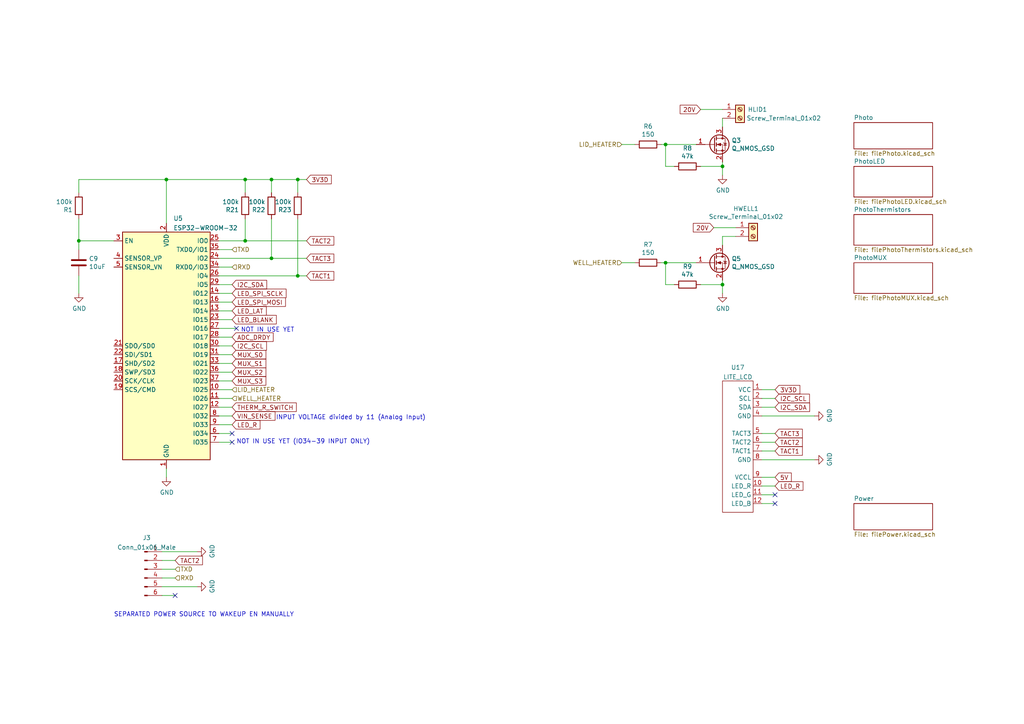
<source format=kicad_sch>
(kicad_sch (version 20211123) (generator eeschema)
  (paper "A4")
  (lib_symbols
    (symbol "Connector:Conn_01x06_Male" (pin_names (offset 1.016) hide)
      (property "Reference" "J" (at 0 7.62 0))
      (property "Value" "Conn_01x06_Male" (at 0 -10.16 0))
      (symbol "Conn_01x06_Male_1_1"
        (polyline (pts (xy 1.27 -7.62) (xy 0.8636 -7.62)) (stroke (width 0.1524)))
        (polyline (pts (xy 1.27 -5.08) (xy 0.8636 -5.08)) (stroke (width 0.1524)))
        (polyline (pts (xy 1.27 -2.54) (xy 0.8636 -2.54)) (stroke (width 0.1524)))
        (polyline (pts (xy 1.27 0) (xy 0.8636 0)) (stroke (width 0.1524)))
        (polyline (pts (xy 1.27 2.54) (xy 0.8636 2.54)) (stroke (width 0.1524)))
        (polyline (pts (xy 1.27 5.08) (xy 0.8636 5.08)) (stroke (width 0.1524)))
        (rectangle (start 0.8636 -7.493) (end 0 -7.747) (stroke (width 0.1524)) (fill (type outline)))
        (rectangle (start 0.8636 -4.953) (end 0 -5.207) (stroke (width 0.1524)) (fill (type outline)))
        (rectangle (start 0.8636 -2.413) (end 0 -2.667) (stroke (width 0.1524)) (fill (type outline)))
        (rectangle (start 0.8636 0.127) (end 0 -0.127) (stroke (width 0.1524)) (fill (type outline)))
        (rectangle (start 0.8636 2.667) (end 0 2.413) (stroke (width 0.1524)) (fill (type outline)))
        (rectangle (start 0.8636 5.207) (end 0 4.953) (stroke (width 0.1524)) (fill (type outline)))
        (pin passive line (at 5.08 5.08 180) (length 3.81) (name "Pin_1") (number "1"))
        (pin passive line (at 5.08 2.54 180) (length 3.81) (name "Pin_2") (number "2"))
        (pin passive line (at 5.08 0 180) (length 3.81) (name "Pin_3") (number "3"))
        (pin passive line (at 5.08 -2.54 180) (length 3.81) (name "Pin_4") (number "4"))
        (pin passive line (at 5.08 -5.08 180) (length 3.81) (name "Pin_5") (number "5"))
        (pin passive line (at 5.08 -7.62 180) (length 3.81) (name "Pin_6") (number "6"))
      )
    )
    (symbol "Connector:Screw_Terminal_01x02" (pin_names (offset 1.016) hide)
      (property "Reference" "J" (at 0 2.54 0))
      (property "Value" "Screw_Terminal_01x02" (at 0 -5.08 0))
      (symbol "Screw_Terminal_01x02_1_1"
        (rectangle (start -1.27 1.27) (end 1.27 -3.81) (stroke (width 0.254)) (fill (type background)))
        (circle (center 0 -2.54) (radius 0.635) (stroke (width 0.1524)))
        (polyline (pts (xy -0.5334 -2.2098) (xy 0.3302 -3.048)) (stroke (width 0.1524)))
        (polyline (pts (xy -0.5334 0.3302) (xy 0.3302 -0.508)) (stroke (width 0.1524)))
        (polyline (pts (xy -0.3556 -2.032) (xy 0.508 -2.8702)) (stroke (width 0.1524)))
        (polyline (pts (xy -0.3556 0.508) (xy 0.508 -0.3302)) (stroke (width 0.1524)))
        (circle (center 0 0) (radius 0.635) (stroke (width 0.1524)))
        (pin passive line (at -5.08 0 0) (length 3.81) (name "Pin_1") (number "1"))
        (pin passive line (at -5.08 -2.54 0) (length 3.81) (name "Pin_2") (number "2"))
      )
    )
    (symbol "Device:C" (pin_numbers hide) (pin_names (offset 0.254))
      (property "Reference" "C" (at 0.635 2.54 0))
      (property "Value" "C" (at 0.635 -2.54 0))
      (symbol "C_0_1"
        (polyline (pts (xy -2.032 -0.762) (xy 2.032 -0.762)) (stroke (width 0.508)))
        (polyline (pts (xy -2.032 0.762) (xy 2.032 0.762)) (stroke (width 0.508)))
      )
      (symbol "C_1_1"
        (pin passive line (at 0 3.81 270) (length 2.794) (name "~") (number "1"))
        (pin passive line (at 0 -3.81 90) (length 2.794) (name "~") (number "2"))
      )
    )
    (symbol "Device:Q_NMOS_GSD" (pin_names (offset 0) hide)
      (property "Reference" "Q" (at 5.08 1.27 0))
      (property "Value" "Q_NMOS_GSD" (at 5.08 -1.27 0))
      (symbol "Q_NMOS_GSD_0_1"
        (polyline (pts (xy 0.254 0) (xy -2.54 0)))
        (polyline (pts (xy 0.254 1.905) (xy 0.254 -1.905)) (stroke (width 0.254)))
        (polyline (pts (xy 0.762 -1.27) (xy 0.762 -2.286)) (stroke (width 0.254)))
        (polyline (pts (xy 0.762 0.508) (xy 0.762 -0.508)) (stroke (width 0.254)))
        (polyline (pts (xy 0.762 2.286) (xy 0.762 1.27)) (stroke (width 0.254)))
        (polyline (pts (xy 2.54 2.54) (xy 2.54 1.778)))
        (polyline (pts (xy 2.54 -2.54) (xy 2.54 0) (xy 0.762 0)))
        (polyline (pts (xy 0.762 -1.778) (xy 3.302 -1.778) (xy 3.302 1.778) (xy 0.762 1.778)))
        (polyline (pts (xy 1.016 0) (xy 2.032 0.381) (xy 2.032 -0.381) (xy 1.016 0)) (fill (type outline)))
        (polyline (pts (xy 2.794 0.508) (xy 2.921 0.381) (xy 3.683 0.381) (xy 3.81 0.254)))
        (polyline (pts (xy 3.302 0.381) (xy 2.921 -0.254) (xy 3.683 -0.254) (xy 3.302 0.381)))
        (circle (center 1.651 0) (radius 2.794) (stroke (width 0.254)))
        (circle (center 2.54 -1.778) (radius 0.254) (fill (type outline)))
        (circle (center 2.54 1.778) (radius 0.254) (fill (type outline)))
      )
      (symbol "Q_NMOS_GSD_1_1"
        (pin input line (at -5.08 0 0) (length 2.54) (name "G") (number "1"))
        (pin passive line (at 2.54 -5.08 90) (length 2.54) (name "S") (number "2"))
        (pin passive line (at 2.54 5.08 270) (length 2.54) (name "D") (number "3"))
      )
    )
    (symbol "Device:R" (pin_numbers hide) (pin_names (offset 0))
      (property "Reference" "R" (at 2.032 0 90))
      (property "Value" "R" (at 0 0 90))
      (symbol "R_0_1"
        (rectangle (start -1.016 -2.54) (end 1.016 2.54) (stroke (width 0.254)))
      )
      (symbol "R_1_1"
        (pin passive line (at 0 3.81 270) (length 1.27) (name "~") (number "1"))
        (pin passive line (at 0 -3.81 90) (length 1.27) (name "~") (number "2"))
      )
    )
    (symbol "Ninja-qPCR:LITE_LCD"
      (property "Reference" "U" (at -3.81 3.81 0))
      (property "Value" "LITE_LCD" (at -3.81 -36.83 0))
      (symbol "LITE_LCD_0_1"
        (rectangle (start 0 2.54) (end -8.89 -35.56) (stroke (width 0.1524)))
      )
      (symbol "LITE_LCD_1_1"
        (pin input line (at 2.54 0 180) (length 2.54) (name "VCC") (number "1"))
        (pin input line (at 2.54 -27.94 180) (length 2.54) (name "LED_R") (number "10"))
        (pin input line (at 2.54 -30.48 180) (length 2.54) (name "LED_G") (number "11"))
        (pin input line (at 2.54 -33.02 180) (length 2.54) (name "LED_B") (number "12"))
        (pin input line (at 2.54 -2.54 180) (length 2.54) (name "SCL") (number "2"))
        (pin input line (at 2.54 -5.08 180) (length 2.54) (name "SDA") (number "3"))
        (pin input line (at 2.54 -7.62 180) (length 2.54) (name "GND") (number "4"))
        (pin input line (at 2.54 -12.7 180) (length 2.54) (name "TACT3") (number "5"))
        (pin input line (at 2.54 -15.24 180) (length 2.54) (name "TACT2") (number "6"))
        (pin input line (at 2.54 -17.78 180) (length 2.54) (name "TACT1") (number "7"))
        (pin input line (at 2.54 -20.32 180) (length 2.54) (name "GND") (number "8"))
        (pin input line (at 2.54 -25.4 180) (length 2.54) (name "VCCL") (number "9"))
      )
    )
    (symbol "RF_Module:ESP32-WROOM-32"
      (property "Reference" "U" (at -12.7 34.29 0))
      (property "Value" "ESP32-WROOM-32" (at 1.27 34.29 0))
      (symbol "ESP32-WROOM-32_0_1"
        (rectangle (start -12.7 33.02) (end 12.7 -33.02) (stroke (width 0.254)) (fill (type background)))
      )
      (symbol "ESP32-WROOM-32_1_1"
        (pin power_in line (at 0 -35.56 90) (length 2.54) (name "GND") (number "1"))
        (pin bidirectional line (at 15.24 -12.7 180) (length 2.54) (name "IO25") (number "10"))
        (pin bidirectional line (at 15.24 -15.24 180) (length 2.54) (name "IO26") (number "11"))
        (pin bidirectional line (at 15.24 -17.78 180) (length 2.54) (name "IO27") (number "12"))
        (pin bidirectional line (at 15.24 10.16 180) (length 2.54) (name "IO14") (number "13"))
        (pin bidirectional line (at 15.24 15.24 180) (length 2.54) (name "IO12") (number "14"))
        (pin passive line (at 0 -35.56 90) (length 2.54) hide (name "GND") (number "15"))
        (pin bidirectional line (at 15.24 12.7 180) (length 2.54) (name "IO13") (number "16"))
        (pin bidirectional line (at -15.24 -5.08 0) (length 2.54) (name "SHD/SD2") (number "17"))
        (pin bidirectional line (at -15.24 -7.62 0) (length 2.54) (name "SWP/SD3") (number "18"))
        (pin bidirectional line (at -15.24 -12.7 0) (length 2.54) (name "SCS/CMD") (number "19"))
        (pin power_in line (at 0 35.56 270) (length 2.54) (name "VDD") (number "2"))
        (pin bidirectional line (at -15.24 -10.16 0) (length 2.54) (name "SCK/CLK") (number "20"))
        (pin bidirectional line (at -15.24 0 0) (length 2.54) (name "SDO/SD0") (number "21"))
        (pin bidirectional line (at -15.24 -2.54 0) (length 2.54) (name "SDI/SD1") (number "22"))
        (pin bidirectional line (at 15.24 7.62 180) (length 2.54) (name "IO15") (number "23"))
        (pin bidirectional line (at 15.24 25.4 180) (length 2.54) (name "IO2") (number "24"))
        (pin bidirectional line (at 15.24 30.48 180) (length 2.54) (name "IO0") (number "25"))
        (pin bidirectional line (at 15.24 20.32 180) (length 2.54) (name "IO4") (number "26"))
        (pin bidirectional line (at 15.24 5.08 180) (length 2.54) (name "IO16") (number "27"))
        (pin bidirectional line (at 15.24 2.54 180) (length 2.54) (name "IO17") (number "28"))
        (pin bidirectional line (at 15.24 17.78 180) (length 2.54) (name "IO5") (number "29"))
        (pin input line (at -15.24 30.48 0) (length 2.54) (name "EN") (number "3"))
        (pin bidirectional line (at 15.24 0 180) (length 2.54) (name "IO18") (number "30"))
        (pin bidirectional line (at 15.24 -2.54 180) (length 2.54) (name "IO19") (number "31"))
        (pin no_connect line (at -12.7 -27.94 0) (length 2.54) hide (name "NC") (number "32"))
        (pin bidirectional line (at 15.24 -5.08 180) (length 2.54) (name "IO21") (number "33"))
        (pin bidirectional line (at 15.24 22.86 180) (length 2.54) (name "RXD0/IO3") (number "34"))
        (pin bidirectional line (at 15.24 27.94 180) (length 2.54) (name "TXD0/IO1") (number "35"))
        (pin bidirectional line (at 15.24 -7.62 180) (length 2.54) (name "IO22") (number "36"))
        (pin bidirectional line (at 15.24 -10.16 180) (length 2.54) (name "IO23") (number "37"))
        (pin passive line (at 0 -35.56 90) (length 2.54) hide (name "GND") (number "38"))
        (pin passive line (at 0 -35.56 90) (length 2.54) hide (name "GND") (number "39"))
        (pin input line (at -15.24 25.4 0) (length 2.54) (name "SENSOR_VP") (number "4"))
        (pin input line (at -15.24 22.86 0) (length 2.54) (name "SENSOR_VN") (number "5"))
        (pin input line (at 15.24 -25.4 180) (length 2.54) (name "IO34") (number "6"))
        (pin input line (at 15.24 -27.94 180) (length 2.54) (name "IO35") (number "7"))
        (pin bidirectional line (at 15.24 -20.32 180) (length 2.54) (name "IO32") (number "8"))
        (pin bidirectional line (at 15.24 -22.86 180) (length 2.54) (name "IO33") (number "9"))
      )
    )
    (symbol "power:GND" (power) (pin_names (offset 0))
      (property "Value" "GND" (at 0 -3.81 0))
      (symbol "GND_0_1"
        (polyline (pts (xy 0 0) (xy 0 -1.27) (xy 1.27 -1.27) (xy 0 -2.54) (xy -1.27 -1.27) (xy 0 -1.27)))
      )
      (symbol "GND_1_1"
        (pin power_in line (at 0 0 270) (length 0) hide (name "GND") (number "1"))
      )
    )
  )
  (junction (at 193.04 41.91))
  (junction (at 22.86 69.85))
  (junction (at 209.55 82.55))
  (junction (at 48.26 52.07))
  (junction (at 86.36 52.07))
  (junction (at 71.12 52.07))
  (junction (at 209.55 48.26))
  (junction (at 86.36 80.01))
  (junction (at 78.74 52.07))
  (junction (at 193.04 76.2))
  (junction (at 78.74 74.93))
  (junction (at 71.12 69.85))
  (no_connect (at 224.79 143.51))
  (no_connect (at 224.79 146.05))
  (no_connect (at 50.8 172.72))
  (no_connect (at 67.31 125.73))
  (no_connect (at 67.31 128.27))
  (no_connect (at 68.58 95.25))
  (wire (pts (xy 46.99 170.18) (xy 57.15 170.18)))
  (wire (pts (xy 71.12 69.85) (xy 88.9 69.85)))
  (wire (pts (xy 203.2 48.26) (xy 209.55 48.26)))
  (wire (pts (xy 63.5 110.49) (xy 67.31 110.49)))
  (wire (pts (xy 63.5 118.11) (xy 67.31 118.11)))
  (wire (pts (xy 193.04 76.2) (xy 191.77 76.2)))
  (wire (pts (xy 46.99 162.56) (xy 50.8 162.56)))
  (wire (pts (xy 78.74 74.93) (xy 88.9 74.93)))
  (wire (pts (xy 63.5 100.33) (xy 67.31 100.33)))
  (wire (pts (xy 193.04 48.26) (xy 193.04 41.91)))
  (wire (pts (xy 213.36 68.58) (xy 209.55 68.58)))
  (wire (pts (xy 48.26 135.89) (xy 48.26 138.43)))
  (wire (pts (xy 220.98 130.81) (xy 224.79 130.81)))
  (wire (pts (xy 207.01 66.04) (xy 213.36 66.04)))
  (wire (pts (xy 71.12 63.5) (xy 71.12 69.85)))
  (wire (pts (xy 193.04 82.55) (xy 193.04 76.2)))
  (wire (pts (xy 201.93 41.91) (xy 193.04 41.91)))
  (wire (pts (xy 48.26 52.07) (xy 22.86 52.07)))
  (wire (pts (xy 86.36 52.07) (xy 88.9 52.07)))
  (wire (pts (xy 63.5 77.47) (xy 67.31 77.47)))
  (wire (pts (xy 220.98 133.35) (xy 236.22 133.35)))
  (wire (pts (xy 63.5 80.01) (xy 86.36 80.01)))
  (wire (pts (xy 22.86 63.5) (xy 22.86 69.85)))
  (wire (pts (xy 220.98 125.73) (xy 224.79 125.73)))
  (wire (pts (xy 22.86 52.07) (xy 22.86 55.88)))
  (wire (pts (xy 220.98 115.57) (xy 224.79 115.57)))
  (wire (pts (xy 86.36 52.07) (xy 86.36 55.88)))
  (wire (pts (xy 63.5 113.03) (xy 67.31 113.03)))
  (wire (pts (xy 220.98 120.65) (xy 236.22 120.65)))
  (wire (pts (xy 63.5 95.25) (xy 68.58 95.25)))
  (wire (pts (xy 203.2 82.55) (xy 209.55 82.55)))
  (wire (pts (xy 46.99 160.02) (xy 57.15 160.02)))
  (wire (pts (xy 220.98 146.05) (xy 224.79 146.05)))
  (wire (pts (xy 78.74 52.07) (xy 78.74 55.88)))
  (wire (pts (xy 195.58 82.55) (xy 193.04 82.55)))
  (wire (pts (xy 63.5 92.71) (xy 67.31 92.71)))
  (wire (pts (xy 63.5 85.09) (xy 67.31 85.09)))
  (wire (pts (xy 209.55 85.09) (xy 209.55 82.55)))
  (wire (pts (xy 63.5 107.95) (xy 67.31 107.95)))
  (wire (pts (xy 220.98 113.03) (xy 224.79 113.03)))
  (wire (pts (xy 180.34 76.2) (xy 184.15 76.2)))
  (wire (pts (xy 86.36 63.5) (xy 86.36 80.01)))
  (wire (pts (xy 78.74 52.07) (xy 86.36 52.07)))
  (wire (pts (xy 63.5 74.93) (xy 78.74 74.93)))
  (wire (pts (xy 22.86 69.85) (xy 33.02 69.85)))
  (wire (pts (xy 22.86 80.01) (xy 22.86 85.09)))
  (wire (pts (xy 63.5 128.27) (xy 67.31 128.27)))
  (wire (pts (xy 48.26 52.07) (xy 48.26 64.77)))
  (wire (pts (xy 86.36 80.01) (xy 88.9 80.01)))
  (wire (pts (xy 63.5 102.87) (xy 67.31 102.87)))
  (wire (pts (xy 48.26 52.07) (xy 71.12 52.07)))
  (wire (pts (xy 46.99 172.72) (xy 50.8 172.72)))
  (wire (pts (xy 63.5 82.55) (xy 67.31 82.55)))
  (wire (pts (xy 201.93 76.2) (xy 193.04 76.2)))
  (wire (pts (xy 209.55 82.55) (xy 209.55 81.28)))
  (wire (pts (xy 46.99 167.64) (xy 50.8 167.64)))
  (wire (pts (xy 209.55 68.58) (xy 209.55 71.12)))
  (wire (pts (xy 63.5 90.17) (xy 67.31 90.17)))
  (wire (pts (xy 63.5 72.39) (xy 67.31 72.39)))
  (wire (pts (xy 46.99 165.1) (xy 50.8 165.1)))
  (wire (pts (xy 63.5 105.41) (xy 67.31 105.41)))
  (wire (pts (xy 78.74 63.5) (xy 78.74 74.93)))
  (wire (pts (xy 71.12 52.07) (xy 78.74 52.07)))
  (wire (pts (xy 220.98 118.11) (xy 224.79 118.11)))
  (wire (pts (xy 22.86 69.85) (xy 22.86 72.39)))
  (wire (pts (xy 220.98 140.97) (xy 224.79 140.97)))
  (wire (pts (xy 63.5 123.19) (xy 67.31 123.19)))
  (wire (pts (xy 180.34 41.91) (xy 184.15 41.91)))
  (wire (pts (xy 63.5 120.65) (xy 67.31 120.65)))
  (wire (pts (xy 63.5 87.63) (xy 67.31 87.63)))
  (wire (pts (xy 63.5 115.57) (xy 67.31 115.57)))
  (wire (pts (xy 209.55 48.26) (xy 209.55 46.99)))
  (wire (pts (xy 193.04 41.91) (xy 191.77 41.91)))
  (wire (pts (xy 220.98 128.27) (xy 224.79 128.27)))
  (wire (pts (xy 209.55 34.29) (xy 209.55 36.83)))
  (wire (pts (xy 220.98 143.51) (xy 224.79 143.51)))
  (wire (pts (xy 209.55 50.8) (xy 209.55 48.26)))
  (wire (pts (xy 63.5 125.73) (xy 67.31 125.73)))
  (wire (pts (xy 71.12 52.07) (xy 71.12 55.88)))
  (wire (pts (xy 63.5 69.85) (xy 71.12 69.85)))
  (wire (pts (xy 63.5 97.79) (xy 67.31 97.79)))
  (wire (pts (xy 195.58 48.26) (xy 193.04 48.26)))
  (wire (pts (xy 203.2 31.75) (xy 209.55 31.75)))
  (wire (pts (xy 220.98 138.43) (xy 224.79 138.43)))
  (text "SEPARATED POWER SOURCE TO WAKEUP EN MANUALLY" (at 33.02 179.07 0) (effects (font (size 1.27 1.27)) (justify left bottom)))
  (text "NOT IN USE YET (IO34-39 INPUT ONLY)" (at 68.58 128.905 0) (effects (font (size 1.27 1.27)) (justify left bottom)))
  (text "NOT IN USE YET" (at 69.85 96.52 0) (effects (font (size 1.27 1.27)) (justify left bottom)))
  (text "INPUT VOLTAGE divided by 11 (Analog Input)" (at 80.01 121.92 0) (effects (font (size 1.27 1.27)) (justify left bottom)))
  (global_label "3V3D" (shape input) (at 224.79 113.03 0) (property "Intersheet References" "${INTERSHEET_REFS}" (effects hide)))
  (global_label "LED_SPI_SCLK" (shape input) (at 67.31 85.09 0) (property "Intersheet References" "${INTERSHEET_REFS}" (effects hide)))
  (global_label "I2C_SCL" (shape input) (at 224.79 115.57 0) (property "Intersheet References" "${INTERSHEET_REFS}" (effects hide)))
  (global_label "TACT2" (shape input) (at 50.8 162.56 0) (property "Intersheet References" "${INTERSHEET_REFS}" (effects hide)))
  (global_label "LED_LAT" (shape input) (at 67.31 90.17 0) (property "Intersheet References" "${INTERSHEET_REFS}" (effects hide)))
  (global_label "LED_R" (shape input) (at 67.31 123.19 0) (property "Intersheet References" "${INTERSHEET_REFS}" (effects hide)))
  (global_label "TACT2" (shape input) (at 88.9 69.85 0) (property "Intersheet References" "${INTERSHEET_REFS}" (effects hide)))
  (global_label "TACT3" (shape input) (at 224.79 125.73 0) (property "Intersheet References" "${INTERSHEET_REFS}" (effects hide)))
  (global_label "MUX_S3" (shape input) (at 67.31 110.49 0) (property "Intersheet References" "${INTERSHEET_REFS}" (effects hide)))
  (global_label "I2C_SDA" (shape input) (at 67.31 82.55 0) (property "Intersheet References" "${INTERSHEET_REFS}" (effects hide)))
  (global_label "THERM_R_SWITCH" (shape input) (at 67.31 118.11 0) (property "Intersheet References" "${INTERSHEET_REFS}" (effects hide)))
  (global_label "TACT1" (shape input) (at 88.9 80.01 0) (property "Intersheet References" "${INTERSHEET_REFS}" (effects hide)))
  (global_label "MUX_S1" (shape input) (at 67.31 105.41 0) (property "Intersheet References" "${INTERSHEET_REFS}" (effects hide)))
  (global_label "LED_SPI_MOSI" (shape input) (at 67.31 87.63 0) (property "Intersheet References" "${INTERSHEET_REFS}" (effects hide)))
  (global_label "LED_R" (shape input) (at 224.79 140.97 0) (property "Intersheet References" "${INTERSHEET_REFS}" (effects hide)))
  (global_label "20V" (shape input) (at 207.01 66.04 180) (property "Intersheet References" "${INTERSHEET_REFS}" (effects hide)))
  (global_label "ADC_DRDY" (shape input) (at 67.31 97.79 0) (property "Intersheet References" "${INTERSHEET_REFS}" (effects hide)))
  (global_label "5V" (shape input) (at 224.79 138.43 0) (property "Intersheet References" "${INTERSHEET_REFS}" (effects hide)))
  (global_label "I2C_SDA" (shape input) (at 224.79 118.11 0) (property "Intersheet References" "${INTERSHEET_REFS}" (effects hide)))
  (global_label "TACT2" (shape input) (at 224.79 128.27 0) (property "Intersheet References" "${INTERSHEET_REFS}" (effects hide)))
  (global_label "TACT3" (shape input) (at 88.9 74.93 0) (property "Intersheet References" "${INTERSHEET_REFS}" (effects hide)))
  (global_label "I2C_SCL" (shape input) (at 67.31 100.33 0) (property "Intersheet References" "${INTERSHEET_REFS}" (effects hide)))
  (global_label "3V3D" (shape input) (at 88.9 52.07 0) (property "Intersheet References" "${INTERSHEET_REFS}" (effects hide)))
  (global_label "20V" (shape input) (at 203.2 31.75 180) (property "Intersheet References" "${INTERSHEET_REFS}" (effects hide)))
  (global_label "MUX_S0" (shape input) (at 67.31 102.87 0) (property "Intersheet References" "${INTERSHEET_REFS}" (effects hide)))
  (global_label "LED_BLANK" (shape input) (at 67.31 92.71 0) (property "Intersheet References" "${INTERSHEET_REFS}" (effects hide)))
  (global_label "VIN_SENSE" (shape input) (at 67.31 120.65 0) (property "Intersheet References" "${INTERSHEET_REFS}" (effects hide)))
  (global_label "MUX_S2" (shape input) (at 67.31 107.95 0) (property "Intersheet References" "${INTERSHEET_REFS}" (effects hide)))
  (global_label "TACT1" (shape input) (at 224.79 130.81 0) (property "Intersheet References" "${INTERSHEET_REFS}" (effects hide)))
  (hierarchical_label "WELL_HEATER" (shape input) (at 67.31 115.57 0))
  (hierarchical_label "RXD" (shape input) (at 50.8 167.64 0))
  (hierarchical_label "LID_HEATER" (shape input) (at 180.34 41.91 180))
  (hierarchical_label "RXD" (shape input) (at 67.31 77.47 0))
  (hierarchical_label "TXD" (shape input) (at 67.31 72.39 0))
  (hierarchical_label "LID_HEATER" (shape input) (at 67.31 113.03 0))
  (hierarchical_label "WELL_HEATER" (shape input) (at 180.34 76.2 180))
  (hierarchical_label "TXD" (shape input) (at 50.8 165.1 0))
  (symbol (lib_id "Device:R") (at 199.39 48.26 270) (unit 1)
    (property "Reference" "R8" (at 199.39 43.0022 90))
    (property "Value" "47k" (at 199.39 45.3136 90))
    (property "Footprint" "Resistor_SMD:R_0603_1608Metric" (effects hide))
  )
  (symbol (lib_id "Device:R") (at 187.96 41.91 270) (unit 1)
    (property "Reference" "R6" (at 187.96 36.6522 90))
    (property "Value" "150" (at 187.96 38.9636 90))
    (property "Footprint" "Resistor_SMD:R_0603_1608Metric" (effects hide))
  )
  (symbol (lib_id "power:GND") (at 209.55 50.8 0) (unit 1)
    (property "Reference" "#PWR05" (effects hide))
    (property "Value" "GND" (at 209.677 55.1942 0))
  )
  (symbol (lib_id "Device:Q_NMOS_GSD") (at 207.01 41.91 0) (unit 1)
    (property "Reference" "Q3" (at 212.1916 40.7416 0) (effects (justify left)))
    (property "Value" "Q_NMOS_GSD" (at 212.1916 43.053 0) (effects (justify left)))
    (property "Footprint" "Ninja-qPCR:SOT95P240X112-3N" (effects hide))
  )
  (symbol (lib_id "Device:R") (at 199.39 82.55 270) (unit 1)
    (property "Reference" "R9" (at 199.39 77.2922 90))
    (property "Value" "47k" (at 199.39 79.6036 90))
    (property "Footprint" "Resistor_SMD:R_0603_1608Metric" (effects hide))
  )
  (symbol (lib_id "Device:R") (at 187.96 76.2 270) (unit 1)
    (property "Reference" "R7" (at 187.96 70.9422 90))
    (property "Value" "150" (at 187.96 73.2536 90))
    (property "Footprint" "Resistor_SMD:R_0603_1608Metric" (effects hide))
  )
  (symbol (lib_id "power:GND") (at 209.55 85.09 0) (unit 1)
    (property "Reference" "#PWR07" (effects hide))
    (property "Value" "GND" (at 209.677 89.4842 0))
  )
  (symbol (lib_id "Device:Q_NMOS_GSD") (at 207.01 76.2 0) (unit 1)
    (property "Reference" "Q5" (at 212.1916 75.0316 0) (effects (justify left)))
    (property "Value" "Q_NMOS_GSD" (at 212.1916 77.343 0) (effects (justify left)))
    (property "Footprint" "Ninja-qPCR:SOT95P240X112-3N" (effects hide))
  )
  (symbol (lib_id "Connector:Screw_Terminal_01x02") (at 218.44 66.04 0) (unit 1)
    (property "Reference" "HWELL1" (at 216.3572 60.5282 0))
    (property "Value" "Screw_Terminal_01x02" (at 216.3572 62.8396 0))
    (property "Footprint" "Ninja-qPCR:TB_SeeedOPL_320110028" (effects hide))
  )
  (symbol (lib_id "Connector:Screw_Terminal_01x02") (at 214.63 31.75 0) (unit 1)
    (property "Reference" "HLID1" (at 219.71 31.75 0))
    (property "Value" "Screw_Terminal_01x02" (at 227.33 34.29 0))
    (property "Footprint" "Ninja-qPCR:TB_SeeedOPL_320110028" (effects hide))
  )
  (symbol (lib_id "power:GND") (at 48.26 138.43 0) (unit 1)
    (property "Reference" "#PWR0104" (effects hide))
    (property "Value" "GND" (at 48.387 142.8242 0))
  )
  (symbol (lib_id "power:GND") (at 57.15 160.02 90) (unit 1)
    (property "Reference" "#PWR0101" (effects hide))
    (property "Value" "GND" (at 61.5442 159.893 0))
  )
  (symbol (lib_id "Device:R") (at 71.12 59.69 180) (unit 1)
    (property "Reference" "R21" (at 69.342 60.8584 0) (effects (justify left)))
    (property "Value" "100k" (at 69.342 58.547 0) (effects (justify left)))
    (property "Footprint" "Resistor_SMD:R_0603_1608Metric" (effects hide))
  )
  (symbol (lib_id "Connector:Conn_01x06_Male") (at 41.91 165.1 0) (unit 1)
    (property "Reference" "J3" (at 42.545 155.9773 0))
    (property "Value" "Conn_01x06_Male" (at 42.545 158.7524 0))
    (property "Footprint" "Connector_PinHeader_2.54mm:PinHeader_1x06_P2.54mm_Vertical" (effects hide))
  )
  (symbol (lib_id "power:GND") (at 236.22 133.35 90) (unit 1)
    (property "Reference" "#PWR0139" (effects hide))
    (property "Value" "GND" (at 240.6142 133.223 0))
  )
  (symbol (lib_id "Device:R") (at 22.86 59.69 180) (unit 1)
    (property "Reference" "R1" (at 21.082 60.8584 0) (effects (justify left)))
    (property "Value" "100k" (at 21.082 58.547 0) (effects (justify left)))
    (property "Footprint" "Resistor_SMD:R_0603_1608Metric" (effects hide))
  )
  (symbol (lib_id "Device:C") (at 22.86 76.2 0) (unit 1)
    (property "Reference" "C9" (at 25.781 75.0316 0) (effects (justify left)))
    (property "Value" "10uF" (at 25.781 77.343 0) (effects (justify left)))
    (property "Footprint" "Capacitor_SMD:C_0805_2012Metric" (effects hide))
  )
  (symbol (lib_id "RF_Module:ESP32-WROOM-32") (at 48.26 100.33 0) (unit 1)
    (property "Reference" "U5" (at 50.2794 63.3435 0) (effects (justify left)))
    (property "Value" "ESP32-WROOM-32" (at 50.2794 66.1186 0) (effects (justify left)))
    (property "Footprint" "RF_Module:ESP32-WROOM-32" (effects hide))
    (property "Datasheet" "https://www.espressif.com/sites/default/files/documentation/esp32-wroom-32_datasheet_en.pdf" (effects hide))
  )
  (symbol (lib_id "power:GND") (at 57.15 170.18 90) (unit 1)
    (property "Reference" "#PWR0102" (effects hide))
    (property "Value" "GND" (at 61.5442 170.053 0))
  )
  (symbol (lib_id "Device:R") (at 86.36 59.69 180) (unit 1)
    (property "Reference" "R23" (at 84.582 60.8584 0) (effects (justify left)))
    (property "Value" "100k" (at 84.582 58.547 0) (effects (justify left)))
    (property "Footprint" "Resistor_SMD:R_0603_1608Metric" (effects hide))
  )
  (symbol (lib_id "Device:R") (at 78.74 59.69 180) (unit 1)
    (property "Reference" "R22" (at 76.962 60.8584 0) (effects (justify left)))
    (property "Value" "100k" (at 76.962 58.547 0) (effects (justify left)))
    (property "Footprint" "Resistor_SMD:R_0603_1608Metric" (effects hide))
  )
  (symbol (lib_id "power:GND") (at 236.22 120.65 90) (unit 1)
    (property "Reference" "#PWR0140" (effects hide))
    (property "Value" "GND" (at 240.6142 120.523 0))
  )
  (symbol (lib_id "power:GND") (at 22.86 85.09 0) (unit 1)
    (property "Reference" "#PWR0103" (effects hide))
    (property "Value" "GND" (at 22.987 89.4842 0))
  )
  (symbol (lib_id "Ninja-qPCR:LITE_LCD") (at 218.44 113.03 0) (unit 1)
    (property "Reference" "U17" (at 213.995 106.5743 0))
    (property "Value" "LITE_LCD" (at 213.995 109.3494 0))
    (property "Footprint" "Ninja-qPCR:LITE_LCD" (effects hide))
  )
  (sheet (at 247.65 35.56) (size 22.86 7.62)
    (property "Sheet name" "Photo" (at 247.65 34.8484 0) (effects (justify left bottom)))
    (property "Sheet file" "filePhoto.kicad_sch" (at 247.65 43.7646 0) (effects (justify left top)))
  )
  (sheet (at 247.65 48.26) (size 22.86 8.89)
    (property "Sheet name" "PhotoLED" (at 247.65 47.5484 0) (effects (justify left bottom)))
    (property "Sheet file" "filePhotoLED.kicad_sch" (at 247.65 57.7346 0) (effects (justify left top)))
  )
  (sheet (at 247.65 62.23) (size 22.86 8.89)
    (property "Sheet name" "PhotoThermistors" (at 247.65 61.5184 0) (effects (justify left bottom)))
    (property "Sheet file" "filePhotoThermistors.kicad_sch" (at 247.65 71.7046 0) (effects (justify left top)))
  )
  (sheet (at 247.65 76.2) (size 22.86 8.89)
    (property "Sheet name" "PhotoMUX" (at 247.65 75.4884 0) (effects (justify left bottom)))
    (property "Sheet file" "filePhotoMUX.kicad_sch" (at 247.65 85.6746 0) (effects (justify left top)))
  )
  (sheet (at 247.65 146.05) (size 22.86 7.62) (stroke (width 0.1524))
    (property "Sheet name" "Power" (at 247.65 145.3384 0) (effects (justify left bottom)))
    (property "Sheet file" "filePower.kicad_sch" (at 247.65 154.2546 0) (effects (justify left top)))
  )
)
</source>
